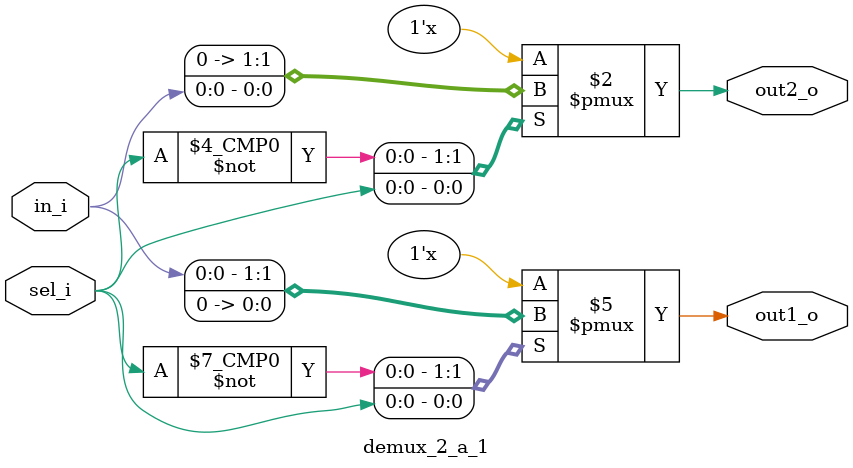
<source format=sv>
`timescale 1ns / 1ps


module demux_2_a_1(
    input  logic in_i,    
    input  logic sel_i,
    
    output logic out2_o,
    output logic out1_o
);

    always_comb begin
        case (sel_i)
            1'b0: begin
                out1_o = in_i;
                out2_o = 0;
            end
            
            1'b1: begin
                out1_o = 0;
                out2_o = in_i;
            end
            
            default: begin
                out1_o = 0;
                out2_o = 0;
            end
        endcase
    end

endmodule

</source>
